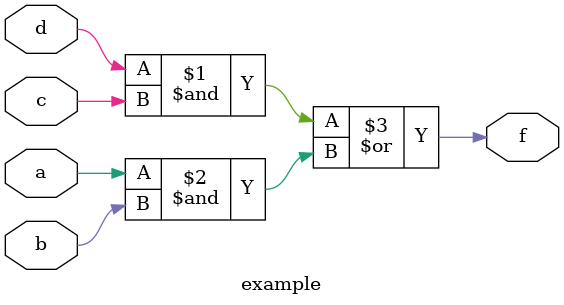
<source format=v>
module example (
	a, b, c, d, f);
	input a, b, c, d;
	output f;
	assign f = ((d & c) | (a & b));
endmodule
</source>
